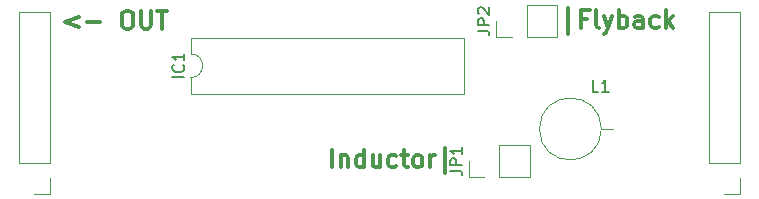
<source format=gto>
G04 #@! TF.GenerationSoftware,KiCad,Pcbnew,5.0.0+dfsg1-2*
G04 #@! TF.CreationDate,2019-03-17T13:20:00+01:00*
G04 #@! TF.ProjectId,ULN2803A_shield,554C4E32383033415F736869656C642E,rev?*
G04 #@! TF.SameCoordinates,Original*
G04 #@! TF.FileFunction,Legend,Top*
G04 #@! TF.FilePolarity,Positive*
%FSLAX46Y46*%
G04 Gerber Fmt 4.6, Leading zero omitted, Abs format (unit mm)*
G04 Created by KiCad (PCBNEW 5.0.0+dfsg1-2) date Sun Mar 17 13:20:00 2019*
%MOMM*%
%LPD*%
G01*
G04 APERTURE LIST*
%ADD10C,0.300000*%
%ADD11C,0.120000*%
%ADD12C,0.150000*%
G04 APERTURE END LIST*
D10*
X63045714Y-109098571D02*
X63045714Y-107598571D01*
X63760000Y-108098571D02*
X63760000Y-109098571D01*
X63760000Y-108241428D02*
X63831428Y-108170000D01*
X63974285Y-108098571D01*
X64188571Y-108098571D01*
X64331428Y-108170000D01*
X64402857Y-108312857D01*
X64402857Y-109098571D01*
X65760000Y-109098571D02*
X65760000Y-107598571D01*
X65760000Y-109027142D02*
X65617142Y-109098571D01*
X65331428Y-109098571D01*
X65188571Y-109027142D01*
X65117142Y-108955714D01*
X65045714Y-108812857D01*
X65045714Y-108384285D01*
X65117142Y-108241428D01*
X65188571Y-108170000D01*
X65331428Y-108098571D01*
X65617142Y-108098571D01*
X65760000Y-108170000D01*
X67117142Y-108098571D02*
X67117142Y-109098571D01*
X66474285Y-108098571D02*
X66474285Y-108884285D01*
X66545714Y-109027142D01*
X66688571Y-109098571D01*
X66902857Y-109098571D01*
X67045714Y-109027142D01*
X67117142Y-108955714D01*
X68474285Y-109027142D02*
X68331428Y-109098571D01*
X68045714Y-109098571D01*
X67902857Y-109027142D01*
X67831428Y-108955714D01*
X67760000Y-108812857D01*
X67760000Y-108384285D01*
X67831428Y-108241428D01*
X67902857Y-108170000D01*
X68045714Y-108098571D01*
X68331428Y-108098571D01*
X68474285Y-108170000D01*
X68902857Y-108098571D02*
X69474285Y-108098571D01*
X69117142Y-107598571D02*
X69117142Y-108884285D01*
X69188571Y-109027142D01*
X69331428Y-109098571D01*
X69474285Y-109098571D01*
X70188571Y-109098571D02*
X70045714Y-109027142D01*
X69974285Y-108955714D01*
X69902857Y-108812857D01*
X69902857Y-108384285D01*
X69974285Y-108241428D01*
X70045714Y-108170000D01*
X70188571Y-108098571D01*
X70402857Y-108098571D01*
X70545714Y-108170000D01*
X70617142Y-108241428D01*
X70688571Y-108384285D01*
X70688571Y-108812857D01*
X70617142Y-108955714D01*
X70545714Y-109027142D01*
X70402857Y-109098571D01*
X70188571Y-109098571D01*
X71331428Y-109098571D02*
X71331428Y-108098571D01*
X71331428Y-108384285D02*
X71402857Y-108241428D01*
X71474285Y-108170000D01*
X71617142Y-108098571D01*
X71760000Y-108098571D01*
X72617142Y-109598571D02*
X72617142Y-107455714D01*
X83055714Y-97788571D02*
X83055714Y-95645714D01*
X84627142Y-96502857D02*
X84127142Y-96502857D01*
X84127142Y-97288571D02*
X84127142Y-95788571D01*
X84841428Y-95788571D01*
X85627142Y-97288571D02*
X85484285Y-97217142D01*
X85412857Y-97074285D01*
X85412857Y-95788571D01*
X86055714Y-96288571D02*
X86412857Y-97288571D01*
X86770000Y-96288571D02*
X86412857Y-97288571D01*
X86270000Y-97645714D01*
X86198571Y-97717142D01*
X86055714Y-97788571D01*
X87341428Y-97288571D02*
X87341428Y-95788571D01*
X87341428Y-96360000D02*
X87484285Y-96288571D01*
X87770000Y-96288571D01*
X87912857Y-96360000D01*
X87984285Y-96431428D01*
X88055714Y-96574285D01*
X88055714Y-97002857D01*
X87984285Y-97145714D01*
X87912857Y-97217142D01*
X87770000Y-97288571D01*
X87484285Y-97288571D01*
X87341428Y-97217142D01*
X89341428Y-97288571D02*
X89341428Y-96502857D01*
X89270000Y-96360000D01*
X89127142Y-96288571D01*
X88841428Y-96288571D01*
X88698571Y-96360000D01*
X89341428Y-97217142D02*
X89198571Y-97288571D01*
X88841428Y-97288571D01*
X88698571Y-97217142D01*
X88627142Y-97074285D01*
X88627142Y-96931428D01*
X88698571Y-96788571D01*
X88841428Y-96717142D01*
X89198571Y-96717142D01*
X89341428Y-96645714D01*
X90698571Y-97217142D02*
X90555714Y-97288571D01*
X90270000Y-97288571D01*
X90127142Y-97217142D01*
X90055714Y-97145714D01*
X89984285Y-97002857D01*
X89984285Y-96574285D01*
X90055714Y-96431428D01*
X90127142Y-96360000D01*
X90270000Y-96288571D01*
X90555714Y-96288571D01*
X90698571Y-96360000D01*
X91341428Y-97288571D02*
X91341428Y-95788571D01*
X91484285Y-96717142D02*
X91912857Y-97288571D01*
X91912857Y-96288571D02*
X91341428Y-96860000D01*
X41578571Y-96358571D02*
X40435714Y-96787142D01*
X41578571Y-97215714D01*
X42292857Y-96787142D02*
X43435714Y-96787142D01*
X45578571Y-95858571D02*
X45864285Y-95858571D01*
X46007142Y-95930000D01*
X46150000Y-96072857D01*
X46221428Y-96358571D01*
X46221428Y-96858571D01*
X46150000Y-97144285D01*
X46007142Y-97287142D01*
X45864285Y-97358571D01*
X45578571Y-97358571D01*
X45435714Y-97287142D01*
X45292857Y-97144285D01*
X45221428Y-96858571D01*
X45221428Y-96358571D01*
X45292857Y-96072857D01*
X45435714Y-95930000D01*
X45578571Y-95858571D01*
X46864285Y-95858571D02*
X46864285Y-97072857D01*
X46935714Y-97215714D01*
X47007142Y-97287142D01*
X47150000Y-97358571D01*
X47435714Y-97358571D01*
X47578571Y-97287142D01*
X47650000Y-97215714D01*
X47721428Y-97072857D01*
X47721428Y-95858571D01*
X48221428Y-95858571D02*
X49078571Y-95858571D01*
X48650000Y-97358571D02*
X48650000Y-95858571D01*
D11*
G04 #@! TO.C,J2*
X39180000Y-95960000D02*
X36520000Y-95960000D01*
X39180000Y-108720000D02*
X39180000Y-95960000D01*
X36520000Y-108720000D02*
X36520000Y-95960000D01*
X39180000Y-108720000D02*
X36520000Y-108720000D01*
X39180000Y-109990000D02*
X39180000Y-111320000D01*
X39180000Y-111320000D02*
X37850000Y-111320000D01*
G04 #@! TO.C,L1*
X85840000Y-105850000D02*
X86800000Y-105850000D01*
X85840000Y-105850000D02*
G75*
G03X85840000Y-105850000I-2620000J0D01*
G01*
G04 #@! TO.C,IC1*
X51080000Y-101500000D02*
X51080000Y-102870000D01*
X51080000Y-102870000D02*
X74180000Y-102870000D01*
X74180000Y-102870000D02*
X74180000Y-98130000D01*
X74180000Y-98130000D02*
X51080000Y-98130000D01*
X51080000Y-98130000D02*
X51080000Y-99500000D01*
X51080000Y-99500000D02*
G75*
G02X51080000Y-101500000I0J-1000000D01*
G01*
G04 #@! TO.C,JP1*
X79800000Y-109890000D02*
X79800000Y-107230000D01*
X77200000Y-109890000D02*
X79800000Y-109890000D01*
X77200000Y-107230000D02*
X79800000Y-107230000D01*
X77200000Y-109890000D02*
X77200000Y-107230000D01*
X75930000Y-109890000D02*
X74600000Y-109890000D01*
X74600000Y-109890000D02*
X74600000Y-108560000D01*
G04 #@! TO.C,JP2*
X82120000Y-98040000D02*
X82120000Y-95380000D01*
X79520000Y-98040000D02*
X82120000Y-98040000D01*
X79520000Y-95380000D02*
X82120000Y-95380000D01*
X79520000Y-98040000D02*
X79520000Y-95380000D01*
X78250000Y-98040000D02*
X76920000Y-98040000D01*
X76920000Y-98040000D02*
X76920000Y-96710000D01*
G04 #@! TO.C,J1*
X97600000Y-95960000D02*
X94940000Y-95960000D01*
X97600000Y-108720000D02*
X97600000Y-95960000D01*
X94940000Y-108720000D02*
X94940000Y-95960000D01*
X97600000Y-108720000D02*
X94940000Y-108720000D01*
X97600000Y-109990000D02*
X97600000Y-111320000D01*
X97600000Y-111320000D02*
X96270000Y-111320000D01*
G04 #@! TO.C,L1*
D12*
X85593333Y-102682380D02*
X85117142Y-102682380D01*
X85117142Y-101682380D01*
X86450476Y-102682380D02*
X85879047Y-102682380D01*
X86164761Y-102682380D02*
X86164761Y-101682380D01*
X86069523Y-101825238D01*
X85974285Y-101920476D01*
X85879047Y-101968095D01*
G04 #@! TO.C,IC1*
X50532380Y-101476190D02*
X49532380Y-101476190D01*
X50437142Y-100428571D02*
X50484761Y-100476190D01*
X50532380Y-100619047D01*
X50532380Y-100714285D01*
X50484761Y-100857142D01*
X50389523Y-100952380D01*
X50294285Y-101000000D01*
X50103809Y-101047619D01*
X49960952Y-101047619D01*
X49770476Y-101000000D01*
X49675238Y-100952380D01*
X49580000Y-100857142D01*
X49532380Y-100714285D01*
X49532380Y-100619047D01*
X49580000Y-100476190D01*
X49627619Y-100428571D01*
X50532380Y-99476190D02*
X50532380Y-100047619D01*
X50532380Y-99761904D02*
X49532380Y-99761904D01*
X49675238Y-99857142D01*
X49770476Y-99952380D01*
X49818095Y-100047619D01*
G04 #@! TO.C,JP1*
X73052380Y-109393333D02*
X73766666Y-109393333D01*
X73909523Y-109440952D01*
X74004761Y-109536190D01*
X74052380Y-109679047D01*
X74052380Y-109774285D01*
X74052380Y-108917142D02*
X73052380Y-108917142D01*
X73052380Y-108536190D01*
X73100000Y-108440952D01*
X73147619Y-108393333D01*
X73242857Y-108345714D01*
X73385714Y-108345714D01*
X73480952Y-108393333D01*
X73528571Y-108440952D01*
X73576190Y-108536190D01*
X73576190Y-108917142D01*
X74052380Y-107393333D02*
X74052380Y-107964761D01*
X74052380Y-107679047D02*
X73052380Y-107679047D01*
X73195238Y-107774285D01*
X73290476Y-107869523D01*
X73338095Y-107964761D01*
G04 #@! TO.C,JP2*
X75372380Y-97543333D02*
X76086666Y-97543333D01*
X76229523Y-97590952D01*
X76324761Y-97686190D01*
X76372380Y-97829047D01*
X76372380Y-97924285D01*
X76372380Y-97067142D02*
X75372380Y-97067142D01*
X75372380Y-96686190D01*
X75420000Y-96590952D01*
X75467619Y-96543333D01*
X75562857Y-96495714D01*
X75705714Y-96495714D01*
X75800952Y-96543333D01*
X75848571Y-96590952D01*
X75896190Y-96686190D01*
X75896190Y-97067142D01*
X75467619Y-96114761D02*
X75420000Y-96067142D01*
X75372380Y-95971904D01*
X75372380Y-95733809D01*
X75420000Y-95638571D01*
X75467619Y-95590952D01*
X75562857Y-95543333D01*
X75658095Y-95543333D01*
X75800952Y-95590952D01*
X76372380Y-96162380D01*
X76372380Y-95543333D01*
G04 #@! TD*
M02*

</source>
